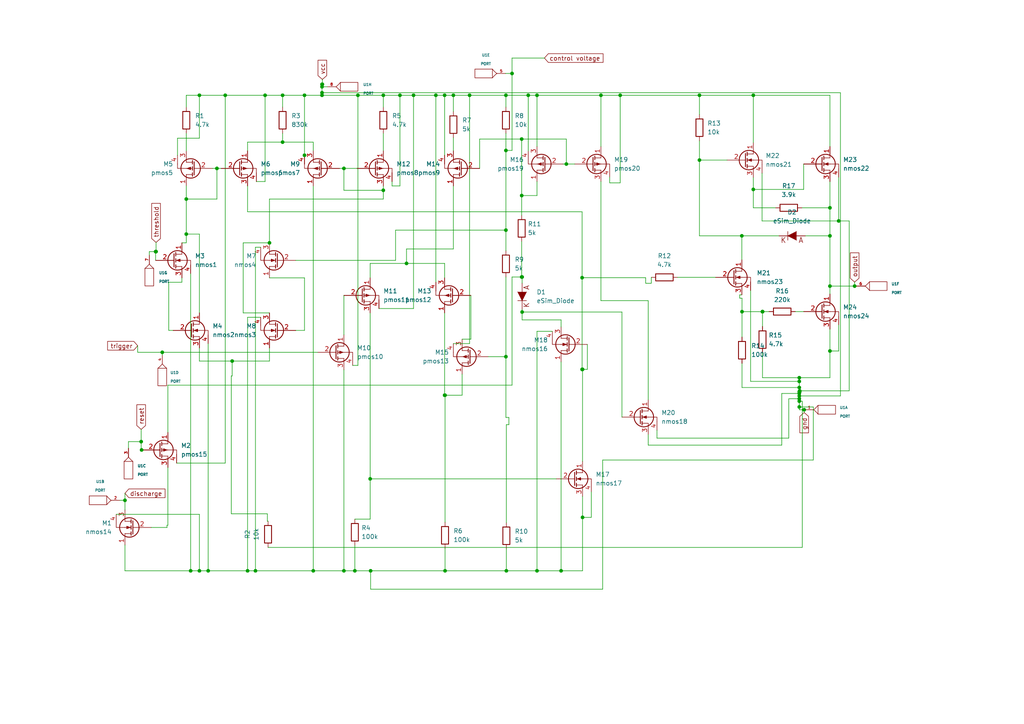
<source format=kicad_sch>
(kicad_sch (version 20211123) (generator eeschema)
  (paper "A4")
  (lib_symbols
    (symbol "eSim_Devices:eSim_Diode" (pin_numbers hide) (pin_names (offset 1.016) hide)
      (property "Reference" "D" (at 0 2.54 0))
      (property "Value" "eSim_Diode" (at 0 -2.54 0))
      (symbol "eSim_Diode_0_0"
        (text "A" (at -2.54 1.27 0) (effects (font (size 1.524 1.524))))
        (text "K" (at 2.54 1.27 0) (effects (font (size 1.524 1.524))))
      )
      (symbol "eSim_Diode_0_1"
        (polyline (pts (xy 1.27 1.27) (xy 1.27 -1.27)) (stroke (width 0.1524)))
        (polyline (pts (xy -1.27 1.27) (xy 1.27 0) (xy -1.27 -1.27)) (fill (type outline)))
      )
      (symbol "eSim_Diode_1_1"
        (pin passive line (at -3.81 0 0) (length 2.54) (name "A") (number "1"))
        (pin passive line (at 3.81 0 180) (length 2.54) (name "K") (number "2"))
      )
    )
    (symbol "eSim_Devices:mosfet_n" (pin_names (offset 0) hide)
      (property "Reference" "M" (at 0 -3.81 0))
      (property "Value" "mosfet_n" (at 2.54 -1.27 0))
      (symbol "mosfet_n_0_1"
        (polyline (pts (xy 3.302 -7.366) (xy 3.302 -6.35)) (stroke (width 0.254)))
        (polyline (pts (xy 3.302 -6.858) (xy 5.08 -6.858)))
        (polyline (pts (xy 3.302 -5.588) (xy 3.302 -4.572)) (stroke (width 0.254)))
        (polyline (pts (xy 3.302 -5.08) (xy 5.08 -5.08)))
        (polyline (pts (xy 3.302 -3.81) (xy 3.302 -2.794)) (stroke (width 0.254)))
        (polyline (pts (xy 3.302 -3.302) (xy 5.08 -3.302)))
        (polyline (pts (xy 5.08 -7.62) (xy 5.08 -6.858)))
        (polyline (pts (xy 5.08 -3.302) (xy 5.08 -2.54)))
        (polyline (pts (xy 2.794 -6.985) (xy 2.794 -3.175) (xy 2.794 -3.175)) (stroke (width 0.254)))
        (polyline (pts (xy 5.08 -5.08) (xy 7.62 -5.08) (xy 7.62 -6.35)))
        (polyline (pts (xy 3.556 -5.08) (xy 4.572 -5.461) (xy 4.572 -4.699) (xy 3.556 -5.08)) (fill (type outline)))
        (circle (center 3.81 -5.08) (radius 2.8194) (stroke (width 0.254)))
      )
      (symbol "mosfet_n_1_1"
        (pin passive line (at 5.08 0 270) (length 2.54) (name "D") (number "1"))
        (pin passive line (at -2.54 -5.08 0) (length 5.334) (name "G") (number "2"))
        (pin passive line (at 5.08 -10.16 90) (length 2.54) (name "S") (number "3"))
        (pin passive line (at 7.62 -8.89 90) (length 2.4892) (name "B") (number "4"))
      )
    )
    (symbol "eSim_Devices:mosfet_p" (pin_names (offset 0) hide)
      (property "Reference" "M" (at -1.27 1.27 0))
      (property "Value" "mosfet_p" (at 1.27 3.81 0))
      (symbol "mosfet_p_0_1"
        (polyline (pts (xy 2.032 -1.778) (xy 3.81 -1.778)))
        (polyline (pts (xy 2.032 -1.27) (xy 2.032 -2.286)) (stroke (width 0.254)))
        (polyline (pts (xy 2.032 0) (xy 3.81 0)))
        (polyline (pts (xy 2.032 0.508) (xy 2.032 -0.508)) (stroke (width 0.254)))
        (polyline (pts (xy 2.032 1.778) (xy 3.81 1.778)))
        (polyline (pts (xy 2.032 2.286) (xy 2.032 1.27)) (stroke (width 0.254)))
        (polyline (pts (xy 3.81 -1.778) (xy 3.81 -2.54)))
        (polyline (pts (xy 3.81 2.54) (xy 3.81 1.778)))
        (polyline (pts (xy 1.524 1.905) (xy 1.524 -1.905) (xy 1.524 -1.905)) (stroke (width 0.254)))
        (polyline (pts (xy 3.81 0) (xy 6.35 0) (xy 6.35 -1.27)))
        (polyline (pts (xy 3.556 0) (xy 2.54 -0.381) (xy 2.54 0.381) (xy 3.556 0)) (fill (type outline)))
        (circle (center 2.54 0) (radius 2.8194) (stroke (width 0.254)))
      )
      (symbol "mosfet_p_1_1"
        (pin passive line (at 3.81 5.08 270) (length 2.54) (name "D") (number "1"))
        (pin passive line (at -3.81 0 0) (length 5.334) (name "G") (number "2"))
        (pin passive line (at 3.81 -5.08 90) (length 2.54) (name "S") (number "3"))
        (pin passive line (at 6.35 -3.81 90) (length 2.54) (name "B") (number "4"))
      )
    )
    (symbol "eSim_Devices:resistor" (pin_numbers hide) (pin_names (offset 0))
      (property "Reference" "R" (at 1.27 3.302 0))
      (property "Value" "resistor" (at 1.27 -1.27 0))
      (symbol "resistor_0_1"
        (rectangle (start 3.81 0.254) (end -1.27 2.286) (stroke (width 0.254)))
      )
      (symbol "resistor_1_1"
        (pin passive line (at -2.54 1.27 0) (length 1.27) (name "~") (number "1"))
        (pin passive line (at 5.08 1.27 180) (length 1.27) (name "~") (number "2"))
      )
    )
    (symbol "eSim_Miscellaneous:PORT" (pin_names (offset 1.016))
      (property "Reference" "U" (at 1.27 2.54 0))
      (property "Value" "PORT" (at 0 0 0))
      (symbol "PORT_0_1"
        (rectangle (start -2.54 1.27) (end 2.54 -1.27))
        (arc (start 2.54 1.27) (mid 3.1355 0.5955) (end 3.81 0))
        (arc (start 3.81 0) (mid 3.1447 -0.6046) (end 2.54 -1.27))
      )
      (symbol "PORT_1_1"
        (pin bidirectional line (at 6.35 0 180) (length 2.54) (name "~") (number "1"))
      )
      (symbol "PORT_2_1"
        (pin bidirectional line (at 6.35 0 180) (length 2.54) (name "~") (number "2"))
      )
      (symbol "PORT_3_1"
        (pin bidirectional line (at 6.35 0 180) (length 2.54) (name "~") (number "3"))
      )
      (symbol "PORT_4_1"
        (pin bidirectional line (at 6.35 0 180) (length 2.54) (name "~") (number "4"))
      )
      (symbol "PORT_5_1"
        (pin bidirectional line (at 6.35 0 180) (length 2.54) (name "~") (number "5"))
      )
      (symbol "PORT_6_1"
        (pin bidirectional line (at 6.35 0 180) (length 2.54) (name "~") (number "6"))
      )
      (symbol "PORT_7_1"
        (pin bidirectional line (at 6.35 0 180) (length 2.54) (name "~") (number "7"))
      )
      (symbol "PORT_8_1"
        (pin bidirectional line (at 6.35 0 180) (length 2.54) (name "~") (number "8"))
      )
      (symbol "PORT_9_1"
        (pin bidirectional line (at 6.35 0 180) (length 2.54) (name "~") (number "9"))
      )
      (symbol "PORT_10_1"
        (pin bidirectional line (at 6.35 0 180) (length 2.54) (name "~") (number "10"))
      )
      (symbol "PORT_11_1"
        (pin bidirectional line (at 6.35 0 180) (length 2.54) (name "~") (number "11"))
      )
      (symbol "PORT_12_1"
        (pin bidirectional line (at 6.35 0 180) (length 2.54) (name "~") (number "12"))
      )
      (symbol "PORT_13_1"
        (pin bidirectional line (at 6.35 0 180) (length 2.54) (name "~") (number "13"))
      )
      (symbol "PORT_14_1"
        (pin bidirectional line (at 6.35 0 180) (length 2.54) (name "~") (number "14"))
      )
      (symbol "PORT_15_1"
        (pin bidirectional line (at 6.35 0 180) (length 2.54) (name "~") (number "15"))
      )
      (symbol "PORT_16_1"
        (pin bidirectional line (at 6.35 0 180) (length 2.54) (name "~") (number "16"))
      )
      (symbol "PORT_17_1"
        (pin bidirectional line (at 6.35 0 180) (length 2.54) (name "~") (number "17"))
      )
      (symbol "PORT_18_1"
        (pin bidirectional line (at 6.35 0 180) (length 2.54) (name "~") (number "18"))
      )
      (symbol "PORT_19_1"
        (pin bidirectional line (at 6.35 0 180) (length 2.54) (name "~") (number "19"))
      )
      (symbol "PORT_20_1"
        (pin bidirectional line (at 6.35 0 180) (length 2.54) (name "~") (number "20"))
      )
      (symbol "PORT_21_1"
        (pin bidirectional line (at 6.35 0 180) (length 2.54) (name "~") (number "21"))
      )
      (symbol "PORT_22_1"
        (pin bidirectional line (at 6.35 0 180) (length 2.54) (name "~") (number "22"))
      )
      (symbol "PORT_23_1"
        (pin bidirectional line (at 6.35 0 180) (length 2.54) (name "~") (number "23"))
      )
      (symbol "PORT_24_1"
        (pin bidirectional line (at 6.35 0 180) (length 2.54) (name "~") (number "24"))
      )
      (symbol "PORT_25_1"
        (pin bidirectional line (at 6.35 0 180) (length 2.54) (name "~") (number "25"))
      )
      (symbol "PORT_26_1"
        (pin bidirectional line (at 6.35 0 180) (length 2.54) (name "~") (number "26"))
      )
    )
  )
  (junction (at 231.8258 112.395))
  (junction (at 81.9658 41.2242))
  (junction (at 54.0258 67.8942))
  (junction (at 168.9608 107.1372))
  (junction (at 151.3078 80.3402))
  (junction (at 62.9158 48.8442))
  (junction (at 151.3078 56.7182))
  (junction (at 71.8058 165.5572))
  (junction (at 131.4958 27.6352))
  (junction (at 168.9608 150.0632))
  (junction (at 231.8258 110.617))
  (junction (at 231.8258 118.0338))
  (junction (at 155.7528 165.5572))
  (junction (at 57.8358 27.6352))
  (junction (at 146.7358 103.4542))
  (junction (at 247.8786 82.9818))
  (junction (at 45.2628 72.9742))
  (junction (at 111.1758 55.1942))
  (junction (at 164.2618 47.5742))
  (junction (at 93.3958 27.6352))
  (junction (at 231.9528 113.6142))
  (junction (at 74.0918 165.5572))
  (junction (at 151.4348 90.5002))
  (junction (at 57.8358 165.5572))
  (junction (at 88.3158 27.6352))
  (junction (at 99.7458 165.5572))
  (junction (at 168.8338 107.1372))
  (junction (at 60.3758 165.5572))
  (junction (at 151.3078 40.3352))
  (junction (at 107.3658 138.8872))
  (junction (at 231.8258 115.6462))
  (junction (at 146.8628 165.5572))
  (junction (at 102.9208 165.5572))
  (junction (at 116.0018 27.6352))
  (junction (at 218.4908 54.9402))
  (junction (at 76.8858 27.6352))
  (junction (at 146.7358 27.6352))
  (junction (at 215.1634 68.4022))
  (junction (at 146.7358 43.6372))
  (junction (at 168.8338 80.5434))
  (junction (at 45.1358 72.9742))
  (junction (at 88.3158 45.0342))
  (junction (at 174.2948 27.6352))
  (junction (at 81.9658 27.6352))
  (junction (at 221.1578 90.3986))
  (junction (at 36.2458 145.1102))
  (junction (at 146.7358 66.7512))
  (junction (at 119.9388 27.6352))
  (junction (at 231.8258 114.8334))
  (junction (at 233.2482 118.8466))
  (junction (at 90.8558 165.5572))
  (junction (at 240.7158 68.4022))
  (junction (at 78.1558 70.4342))
  (junction (at 128.9558 27.6352))
  (junction (at 243.2558 64.0842))
  (junction (at 240.7158 101.8032))
  (junction (at 117.9068 76.4032))
  (junction (at 162.7378 165.5572))
  (junction (at 215.2142 90.3986))
  (junction (at 231.9528 113.3602))
  (junction (at 126.4158 27.6352))
  (junction (at 111.1758 27.6352))
  (junction (at 93.3958 24.4602))
  (junction (at 240.7158 82.9818))
  (junction (at 151.4348 80.3402))
  (junction (at 155.7528 27.6352))
  (junction (at 218.4908 27.6352))
  (junction (at 148.5138 21.3106))
  (junction (at 65.3288 27.6352))
  (junction (at 136.1948 27.6352))
  (junction (at 202.8698 27.6352))
  (junction (at 202.8698 46.4312))
  (junction (at 240.7158 60.2742))
  (junction (at 231.8258 114.1222))
  (junction (at 231.8258 113.6142))
  (junction (at 47.0662 102.1842))
  (junction (at 231.8258 109.5502))
  (junction (at 67.3354 104.7242))
  (junction (at 128.9558 114.6302))
  (junction (at 55.2958 165.5572))
  (junction (at 179.8828 27.6352))
  (junction (at 54.0258 57.7342))
  (junction (at 41.0718 130.5052))
  (junction (at 107.4928 165.5572))
  (junction (at 153.2128 27.6352))
  (junction (at 93.4974 24.4602))
  (junction (at 93.3958 25.1714))
  (junction (at 129.0828 165.5572))
  (junction (at 103.8098 27.6352))
  (junction (at 99.7458 48.8442))
  (junction (at 93.3958 26.8986))
  (junction (at 231.8258 116.3574))
  (junction (at 40.9448 128.0922))
  (junction (at 129.0828 114.6302))
  (junction (at 221.1578 90.3732))
  (wire (pts (xy 139.1158 40.3352) (xy 151.3078 40.3352)))
  (wire (pts (xy 221.1578 90.3732) (xy 221.1578 90.3986)))
  (wire (pts (xy 99.7458 48.8442) (xy 103.5558 48.8442)))
  (wire (pts (xy 70.5358 90.7542) (xy 70.5358 70.4342)))
  (wire (pts (xy 54.0258 27.6352) (xy 57.8358 27.6352)))
  (wire (pts (xy 117.9068 72.2122) (xy 131.4958 72.2122)))
  (wire (pts (xy 148.5138 111.7092) (xy 148.5138 80.3402)))
  (wire (pts (xy 136.5758 85.6742) (xy 136.5758 98.3742)))
  (wire (pts (xy 146.8628 159.2072) (xy 146.8628 165.5572)))
  (wire (pts (xy 47.0662 102.1842) (xy 47.0662 102.997)))
  (wire (pts (xy 51.4858 40.0812) (xy 57.8358 40.0812)))
  (wire (pts (xy 129.0828 165.5572) (xy 146.8628 165.5572)))
  (wire (pts (xy 148.5138 16.8402) (xy 157.9118 16.8402)))
  (wire (pts (xy 48.6918 125.4252) (xy 48.6918 111.7092)))
  (wire (pts (xy 36.2458 143.0782) (xy 36.2458 145.1102)))
  (wire (pts (xy 151.4348 80.3402) (xy 151.3078 80.3402)))
  (wire (pts (xy 93.3958 27.6352) (xy 103.8098 27.6352)))
  (wire (pts (xy 107.3658 80.5942) (xy 107.3658 76.4032)))
  (wire (pts (xy 243.2558 94.1832) (xy 243.2558 101.8032)))
  (wire (pts (xy 146.7358 103.4542) (xy 146.7358 121.0818)))
  (wire (pts (xy 215.2142 86.487) (xy 214.5538 86.487)))
  (wire (pts (xy 235.8898 118.0338) (xy 235.8898 133.4262)))
  (wire (pts (xy 54.0258 67.8942) (xy 54.0258 70.4342)))
  (wire (pts (xy 153.2128 27.6352) (xy 155.7528 27.6352)))
  (wire (pts (xy 136.1948 27.6352) (xy 136.1948 99.6442)))
  (wire (pts (xy 102.9208 165.5572) (xy 107.4928 165.5572)))
  (wire (pts (xy 131.4958 39.9542) (xy 131.4958 43.7642)))
  (wire (pts (xy 98.4758 48.8442) (xy 99.7458 48.8442)))
  (wire (pts (xy 235.8898 118.0338) (xy 231.8258 118.0338)))
  (wire (pts (xy 52.7558 80.5942) (xy 52.7558 81.8642)))
  (wire (pts (xy 215.1634 68.4022) (xy 215.1634 75.3618)))
  (wire (pts (xy 231.9528 113.3602) (xy 231.9528 113.6142)))
  (wire (pts (xy 114.7318 75.5142) (xy 114.7318 66.7512)))
  (wire (pts (xy 240.7158 27.6352) (xy 240.7158 42.4942)))
  (wire (pts (xy 71.8058 41.2242) (xy 81.9658 41.2242)))
  (wire (pts (xy 202.8698 46.4312) (xy 202.8698 68.4022)))
  (wire (pts (xy 77.5462 149.0218) (xy 77.5462 151.1554)))
  (wire (pts (xy 57.8358 67.8942) (xy 57.8358 90.7542)))
  (wire (pts (xy 81.9658 31.0642) (xy 81.9658 27.6352)))
  (wire (pts (xy 188.0108 126.0602) (xy 188.0108 129.1082)))
  (wire (pts (xy 54.0258 53.9242) (xy 54.0258 57.7342)))
  (wire (pts (xy 119.9388 89.4842) (xy 119.9388 27.6352)))
  (wire (pts (xy 99.7458 85.6742) (xy 99.7458 97.1042)))
  (wire (pts (xy 78.1558 90.7542) (xy 70.5358 90.7542)))
  (wire (pts (xy 151.4348 90.5002) (xy 180.3908 90.5002)))
  (wire (pts (xy 111.1758 27.6352) (xy 116.0018 27.6352)))
  (wire (pts (xy 88.3158 45.0342) (xy 88.3158 27.6352)))
  (wire (pts (xy 231.8258 109.5502) (xy 231.8258 110.617)))
  (wire (pts (xy 47.0662 102.1842) (xy 92.1258 102.1842)))
  (wire (pts (xy 134.0358 114.6302) (xy 129.0828 114.6302)))
  (wire (pts (xy 57.8358 165.5572) (xy 60.3758 165.5572)))
  (wire (pts (xy 221.1578 109.5502) (xy 231.8258 109.5502)))
  (wire (pts (xy 93.3958 24.4602) (xy 93.4974 24.4602)))
  (wire (pts (xy 90.8558 41.2242) (xy 90.8558 43.7642)))
  (wire (pts (xy 129.0828 159.0802) (xy 129.0828 165.5572)))
  (wire (pts (xy 155.7528 56.7182) (xy 151.3078 56.7182)))
  (wire (pts (xy 65.3288 27.6352) (xy 76.8858 27.6352)))
  (wire (pts (xy 99.7458 48.8442) (xy 99.7458 55.1942)))
  (wire (pts (xy 74.0918 165.5572) (xy 90.8558 165.5572)))
  (wire (pts (xy 119.9388 27.6352) (xy 126.4158 27.6352)))
  (wire (pts (xy 240.7158 82.9818) (xy 247.8786 82.9818)))
  (wire (pts (xy 128.9558 27.6352) (xy 131.4958 27.6352)))
  (wire (pts (xy 111.1758 55.1942) (xy 111.1758 57.7342)))
  (wire (pts (xy 221.0308 64.0842) (xy 243.2558 64.0842)))
  (wire (pts (xy 221.1578 90.3986) (xy 215.2142 90.3986)))
  (wire (pts (xy 160.1978 96.0882) (xy 155.7528 96.0882)))
  (wire (pts (xy 202.8698 27.6352) (xy 202.8698 33.2232)))
  (wire (pts (xy 179.8828 53.0352) (xy 179.8828 27.6352)))
  (wire (pts (xy 81.9658 27.6352) (xy 88.3158 27.6352)))
  (wire (pts (xy 88.3158 27.6352) (xy 93.3958 27.6352)))
  (wire (pts (xy 147.5994 123.1646) (xy 146.8628 123.1646)))
  (wire (pts (xy 45.2628 70.3072) (xy 45.2628 72.9742)))
  (wire (pts (xy 180.3908 90.5002) (xy 180.3908 120.9802)))
  (wire (pts (xy 218.4908 51.5112) (xy 218.4908 54.9402)))
  (wire (pts (xy 54.0258 38.6842) (xy 54.0258 43.7642)))
  (wire (pts (xy 174.2948 42.4942) (xy 174.2948 27.6352)))
  (wire (pts (xy 243.2558 51.3842) (xy 243.2558 64.0842)))
  (wire (pts (xy 243.7638 114.8334) (xy 231.8258 114.8334)))
  (wire (pts (xy 40.9448 124.5362) (xy 40.9448 128.0922)))
  (wire (pts (xy 151.3078 40.3352) (xy 151.3078 56.7182)))
  (wire (pts (xy 36.2458 158.0642) (xy 36.2458 165.5572)))
  (wire (pts (xy 54.0258 57.7342) (xy 54.0258 67.8942)))
  (wire (pts (xy 228.7778 115.6462) (xy 231.8258 115.6462)))
  (wire (pts (xy 162.7378 104.9782) (xy 162.7378 165.5572)))
  (wire (pts (xy 155.7528 52.6542) (xy 155.7528 56.7182)))
  (wire (pts (xy 148.5138 43.6372) (xy 146.7358 43.6372)))
  (wire (pts (xy 225.9584 68.4022) (xy 215.1634 68.4022)))
  (wire (pts (xy 146.8628 123.1646) (xy 146.8628 151.5872)))
  (wire (pts (xy 179.8828 27.6352) (xy 202.8698 27.6352)))
  (wire (pts (xy 231.8258 112.395) (xy 231.8258 113.6142)))
  (wire (pts (xy 48.6918 111.7092) (xy 148.5138 111.7092)))
  (wire (pts (xy 65.3288 134.3152) (xy 65.3288 27.6352)))
  (wire (pts (xy 147.5994 121.0818) (xy 147.5994 123.1646)))
  (wire (pts (xy 43.307 74.041) (xy 43.307 72.9742)))
  (wire (pts (xy 71.8058 61.4172) (xy 168.8338 61.4172)))
  (wire (pts (xy 188.8998 80.4418) (xy 188.8998 82.169)))
  (wire (pts (xy 162.7378 165.5572) (xy 168.9608 165.5572)))
  (wire (pts (xy 40.9448 130.5052) (xy 41.0718 130.5052)))
  (wire (pts (xy 168.9608 133.8072) (xy 168.9608 107.1372)))
  (wire (pts (xy 113.7158 53.9242) (xy 116.0018 53.9242)))
  (wire (pts (xy 67.0814 109.0422) (xy 67.3354 109.0422)))
  (wire (pts (xy 57.8358 104.7242) (xy 67.3354 104.7242)))
  (wire (pts (xy 128.9558 90.7542) (xy 128.9558 114.6302)))
  (wire (pts (xy 55.2958 79.3242) (xy 55.2958 165.5572)))
  (wire (pts (xy 111.1758 27.6352) (xy 111.1758 31.0642)))
  (wire (pts (xy 131.4958 99.6442) (xy 136.1948 99.6442)))
  (wire (pts (xy 54.0258 57.7342) (xy 62.9158 57.7342)))
  (wire (pts (xy 126.4158 81.8642) (xy 126.4158 27.6352)))
  (wire (pts (xy 232.6894 158.7754) (xy 77.7494 158.7754)))
  (wire (pts (xy 71.8058 41.2242) (xy 71.8058 43.7642)))
  (wire (pts (xy 102.9208 158.1912) (xy 102.9208 165.5572)))
  (wire (pts (xy 40.9448 128.0922) (xy 40.9448 130.5052)))
  (wire (pts (xy 128.9558 27.6352) (xy 128.9558 45.0342)))
  (wire (pts (xy 217.7034 110.617) (xy 231.8258 110.617)))
  (wire (pts (xy 233.0958 54.9402) (xy 218.4908 54.9402)))
  (wire (pts (xy 176.8348 53.0352) (xy 179.8828 53.0352)))
  (wire (pts (xy 240.7158 109.5502) (xy 240.7158 101.8032)))
  (wire (pts (xy 141.6558 103.4542) (xy 146.7358 103.4542)))
  (wire (pts (xy 116.0018 27.6352) (xy 116.0018 53.9242)))
  (wire (pts (xy 233.4514 118.8466) (xy 233.2482 118.8466)))
  (wire (pts (xy 107.3658 138.8872) (xy 107.3658 150.5712)))
  (wire (pts (xy 221.1578 90.3986) (xy 221.1578 94.6912)))
  (wire (pts (xy 128.9558 114.6302) (xy 129.0828 114.6302)))
  (wire (pts (xy 187.2742 80.5434) (xy 187.2742 82.169)))
  (wire (pts (xy 129.0828 151.4602) (xy 129.0828 114.6302)))
  (wire (pts (xy 128.9558 76.4032) (xy 128.9558 80.5942)))
  (wire (pts (xy 168.9608 107.1372) (xy 170.3578 107.1372)))
  (wire (pts (xy 88.3158 80.5942) (xy 78.1558 80.5942)))
  (wire (pts (xy 60.3758 165.5572) (xy 71.8058 165.5572)))
  (wire (pts (xy 214.5538 86.487) (xy 214.5538 85.5218)))
  (wire (pts (xy 164.2618 40.3352) (xy 164.2618 47.5742)))
  (wire (pts (xy 146.7358 27.6352) (xy 146.7358 31.0642)))
  (wire (pts (xy 67.0814 149.0218) (xy 77.5462 149.0218)))
  (wire (pts (xy 60.3758 99.6442) (xy 60.3758 165.5572)))
  (wire (pts (xy 168.8338 107.1372) (xy 168.9608 107.1372)))
  (wire (pts (xy 139.1158 48.8442) (xy 139.1158 40.3352)))
  (wire (pts (xy 174.2948 87.1982) (xy 188.0108 87.1982)))
  (wire (pts (xy 231.8258 110.617) (xy 231.8258 112.395)))
  (wire (pts (xy 176.8348 51.3842) (xy 176.8348 53.0352)))
  (wire (pts (xy 230.6828 90.3732) (xy 233.0958 90.3732)))
  (wire (pts (xy 215.1634 68.4022) (xy 202.8698 68.4022)))
  (wire (pts (xy 107.3658 76.4032) (xy 117.9068 76.4032)))
  (wire (pts (xy 240.7158 82.9818) (xy 240.7158 85.2932)))
  (wire (pts (xy 163.3728 47.5742) (xy 164.2618 47.5742)))
  (wire (pts (xy 93.3958 25.1714) (xy 94.9198 25.1714)))
  (wire (pts (xy 168.9608 143.9672) (xy 168.9608 150.0632)))
  (wire (pts (xy 62.9158 48.8442) (xy 64.1858 48.8442)))
  (wire (pts (xy 174.2948 27.6352) (xy 179.8828 27.6352)))
  (wire (pts (xy 188.8998 82.169) (xy 187.2742 82.169)))
  (wire (pts (xy 93.3958 25.1714) (xy 93.3958 26.8986)))
  (wire (pts (xy 109.9058 89.4842) (xy 119.9388 89.4842)))
  (wire (pts (xy 78.1558 57.7342) (xy 78.1558 70.4342)))
  (wire (pts (xy 107.4928 165.5572) (xy 129.0828 165.5572)))
  (wire (pts (xy 188.0108 87.1982) (xy 188.0108 115.9002)))
  (wire (pts (xy 107.4928 170.8912) (xy 174.8028 170.8912)))
  (wire (pts (xy 190.5508 127.0762) (xy 228.7778 127.0762)))
  (wire (pts (xy 164.2618 47.5742) (xy 166.6748 47.5742)))
  (wire (pts (xy 151.4348 89.7382) (xy 151.4348 90.5002)))
  (wire (pts (xy 226.7458 129.1082) (xy 226.7458 114.1222)))
  (wire (pts (xy 231.8258 109.5502) (xy 240.7158 109.5502)))
  (wire (pts (xy 215.2142 86.487) (xy 215.2142 90.3986)))
  (wire (pts (xy 85.7758 75.5142) (xy 114.7318 75.5142)))
  (wire (pts (xy 67.3354 104.7242) (xy 78.1558 104.7242)))
  (wire (pts (xy 240.7158 52.6542) (xy 240.7158 60.2742)))
  (wire (pts (xy 76.8858 27.6352) (xy 81.9658 27.6352)))
  (wire (pts (xy 102.2858 105.9942) (xy 103.8098 105.9942)))
  (wire (pts (xy 146.8628 165.5572) (xy 155.7528 165.5572)))
  (wire (pts (xy 37.2618 128.0922) (xy 40.9448 128.0922)))
  (wire (pts (xy 107.3658 150.5712) (xy 102.9208 150.5712)))
  (wire (pts (xy 45.1358 72.9742) (xy 45.1358 75.5142)))
  (wire (pts (xy 232.6894 116.3574) (xy 232.6894 158.7754)))
  (wire (pts (xy 90.8558 165.5572) (xy 99.7458 165.5572)))
  (wire (pts (xy 168.9608 150.0632) (xy 168.9608 165.5572)))
  (wire (pts (xy 81.9658 38.6842) (xy 81.9658 41.2242)))
  (wire (pts (xy 151.4348 90.5002) (xy 151.4348 92.7862)))
  (wire (pts (xy 231.8258 114.8334) (xy 231.8258 115.6462)))
  (wire (pts (xy 111.1758 38.6842) (xy 111.1758 43.7642)))
  (wire (pts (xy 196.5198 80.4418) (xy 207.5434 80.4418)))
  (wire (pts (xy 48.4378 152.9842) (xy 48.4378 152.3492)))
  (wire (pts (xy 93.4974 23.0378) (xy 93.4974 24.4602)))
  (wire (pts (xy 39.9288 102.1842) (xy 47.0662 102.1842)))
  (wire (pts (xy 54.0258 31.0642) (xy 54.0258 27.6352)))
  (wire (pts (xy 103.8098 27.6352) (xy 111.1758 27.6352)))
  (wire (pts (xy 155.7528 165.5572) (xy 162.7378 165.5572)))
  (wire (pts (xy 75.6158 71.7042) (xy 74.0918 71.7042)))
  (wire (pts (xy 99.7458 55.1942) (xy 111.1758 55.1942)))
  (wire (pts (xy 231.9528 113.3602) (xy 246.3038 113.3602)))
  (wire (pts (xy 148.5138 16.8402) (xy 148.5138 21.3106)))
  (wire (pts (xy 48.9458 95.8342) (xy 50.2158 95.8342)))
  (wire (pts (xy 215.2142 112.395) (xy 231.8258 112.395)))
  (wire (pts (xy 168.8338 80.5434) (xy 187.2742 80.5434)))
  (wire (pts (xy 243.2558 64.0842) (xy 246.3038 64.0842)))
  (wire (pts (xy 71.8058 53.9242) (xy 71.8058 61.4172)))
  (wire (pts (xy 76.8858 52.6542) (xy 76.8858 27.6352)))
  (wire (pts (xy 70.5358 70.4342) (xy 78.1558 70.4342)))
  (wire (pts (xy 85.7758 95.8342) (xy 88.3158 95.8342)))
  (wire (pts (xy 77.5462 151.1554) (xy 77.7494 151.1554)))
  (wire (pts (xy 243.7638 26.8986) (xy 243.7638 114.8334)))
  (wire (pts (xy 215.2142 105.3846) (xy 215.2142 112.395)))
  (wire (pts (xy 81.9658 41.2242) (xy 90.8558 41.2242)))
  (wire (pts (xy 99.7458 165.5572) (xy 102.9208 165.5572)))
  (wire (pts (xy 218.4908 41.3512) (xy 218.4908 27.6352)))
  (wire (pts (xy 202.8698 40.8432) (xy 202.8698 46.4312)))
  (wire (pts (xy 107.3658 90.7542) (xy 107.3658 138.8872)))
  (wire (pts (xy 210.8708 46.4312) (xy 202.8698 46.4312)))
  (wire (pts (xy 233.5784 68.4022) (xy 240.7158 68.4022)))
  (wire (pts (xy 151.3078 40.3352) (xy 164.2618 40.3352)))
  (wire (pts (xy 116.0018 27.6352) (xy 119.9388 27.6352)))
  (wire (pts (xy 231.9528 113.6142) (xy 231.8258 113.6142)))
  (wire (pts (xy 174.2948 52.6542) (xy 174.2948 87.1982)))
  (wire (pts (xy 67.0814 109.0422) (xy 67.0814 149.0218)))
  (wire (pts (xy 151.3078 70.0532) (xy 151.3078 80.3402)))
  (wire (pts (xy 88.3158 95.8342) (xy 88.3158 80.5942)))
  (wire (pts (xy 78.1558 104.7242) (xy 78.1558 100.9142)))
  (wire (pts (xy 247.8786 81.8134) (xy 247.8786 82.9818)))
  (wire (pts (xy 131.4958 27.6352) (xy 136.1948 27.6352)))
  (wire (pts (xy 155.7528 27.6352) (xy 174.2948 27.6352)))
  (wire (pts (xy 233.2482 118.8466) (xy 231.8258 118.8466)))
  (wire (pts (xy 146.7358 38.6842) (xy 146.7358 43.6372)))
  (wire (pts (xy 155.7528 96.0882) (xy 155.7528 165.5572)))
  (wire (pts (xy 161.3408 138.8872) (xy 107.3658 138.8872)))
  (wire (pts (xy 34.7726 145.1102) (xy 36.2458 145.1102)))
  (wire (pts (xy 111.1758 53.9242) (xy 111.1758 55.1942)))
  (wire (pts (xy 45.1358 72.9742) (xy 45.2628 72.9742)))
  (wire (pts (xy 231.8258 116.3574) (xy 231.8258 118.0338)))
  (wire (pts (xy 223.0628 90.3732) (xy 221.1578 90.3732)))
  (wire (pts (xy 43.307 72.9742) (xy 45.1358 72.9742)))
  (wire (pts (xy 214.5538 85.5218) (xy 215.1634 85.5218)))
  (wire (pts (xy 146.7358 27.6352) (xy 153.2128 27.6352)))
  (wire (pts (xy 146.7358 66.7512) (xy 146.7358 72.7202)))
  (wire (pts (xy 174.8028 170.8912) (xy 174.8028 133.4262)))
  (wire (pts (xy 134.0358 108.5342) (xy 134.0358 114.6302)))
  (wire (pts (xy 134.0358 98.3742) (xy 136.5758 98.3742)))
  (wire (pts (xy 146.6342 21.3106) (xy 148.5138 21.3106)))
  (wire (pts (xy 36.2458 145.1102) (xy 36.2458 147.9042)))
  (wire (pts (xy 75.6158 92.0242) (xy 71.8058 92.0242)))
  (wire (pts (xy 202.8698 27.6352) (xy 218.4908 27.6352)))
  (wire (pts (xy 57.8358 27.6352) (xy 65.3288 27.6352)))
  (wire (pts (xy 221.1578 102.3112) (xy 221.1578 109.5502)))
  (wire (pts (xy 39.9288 100.2792) (xy 39.9288 102.1842)))
  (wire (pts (xy 240.7158 101.8032) (xy 240.7158 95.4532)))
  (wire (pts (xy 218.4908 27.6352) (xy 240.7158 27.6352)))
  (wire (pts (xy 221.0308 50.2412) (xy 221.0308 64.0842)))
  (wire (pts (xy 232.6894 116.3574) (xy 231.8258 116.3574)))
  (wire (pts (xy 103.8098 105.9942) (xy 103.8098 27.6352)))
  (wire (pts (xy 146.7358 121.0818) (xy 147.5994 121.0818)))
  (wire (pts (xy 170.3578 99.8982) (xy 170.3578 107.1372)))
  (wire (pts (xy 215.2142 90.3986) (xy 215.2142 97.7646)))
  (wire (pts (xy 74.0918 71.7042) (xy 74.0918 165.5572)))
  (wire (pts (xy 52.7558 81.8642) (xy 48.9458 81.8642)))
  (wire (pts (xy 190.5508 124.7902) (xy 190.5508 127.0762)))
  (wire (pts (xy 174.8028 133.4262) (xy 235.8898 133.4262)))
  (wire (pts (xy 151.4348 82.1182) (xy 151.4348 80.3402)))
  (wire (pts (xy 148.5138 80.3402) (xy 151.3078 80.3402)))
  (wire (pts (xy 148.5138 21.3106) (xy 148.5138 43.6372)))
  (wire (pts (xy 48.9458 81.8642) (xy 48.9458 95.8342)))
  (wire (pts (xy 74.3458 52.6542) (xy 76.8858 52.6542)))
  (wire (pts (xy 233.2482 118.8466) (xy 233.2482 119.6594)))
  (wire (pts (xy 146.7358 80.3402) (xy 146.7358 103.4542)))
  (wire (pts (xy 162.7378 92.7862) (xy 162.7378 94.8182)))
  (wire (pts (xy 62.9158 57.7342) (xy 62.9158 48.8442)))
  (wire (pts (xy 43.8658 152.9842) (xy 48.4378 152.9842)))
  (wire (pts (xy 93.3958 24.4602) (xy 93.3958 25.1714)))
  (wire (pts (xy 240.7158 60.2742) (xy 232.5878 60.2742)))
  (wire (pts (xy 218.4908 54.9402) (xy 218.4908 60.2742)))
  (wire (pts (xy 57.8358 40.0812) (xy 57.8358 27.6352)))
  (wire (pts (xy 88.3158 45.1612) (xy 88.3158 45.0342)))
  (wire (pts (xy 51.2318 134.3152) (xy 65.3288 134.3152)))
  (wire (pts (xy 218.4908 60.2742) (xy 224.9678 60.2742)))
  (wire (pts (xy 93.3958 26.8986) (xy 243.7638 26.8986)))
  (wire (pts (xy 36.2458 165.5572) (xy 55.2958 165.5572)))
  (wire (pts (xy 171.5008 142.6972) (xy 171.5008 150.0632)))
  (wire (pts (xy 151.4348 92.7862) (xy 162.7378 92.7862)))
  (wire (pts (xy 48.4378 152.3492) (xy 48.6918 152.3492)))
  (wire (pts (xy 146.7358 43.6372) (xy 146.7358 66.7512)))
  (wire (pts (xy 71.8058 165.5572) (xy 74.0918 165.5572)))
  (wire (pts (xy 136.1948 27.6352) (xy 146.7358 27.6352)))
  (wire (pts (xy 240.7158 60.2742) (xy 240.7158 68.4022)))
  (wire (pts (xy 231.8258 115.6462) (xy 231.8258 116.3574)))
  (wire (pts (xy 240.7158 68.4022) (xy 240.7158 82.9818)))
  (wire (pts (xy 57.8358 100.9142) (xy 57.8358 104.7242)))
  (wire (pts (xy 117.9068 76.4032) (xy 128.9558 76.4032)))
  (wire (pts (xy 226.7458 114.1222) (xy 231.8258 114.1222)))
  (wire (pts (xy 151.3078 56.7182) (xy 151.3078 62.4332)))
  (wire (pts (xy 93.3958 26.8986) (xy 93.3958 27.6352)))
  (wire (pts (xy 57.8358 149.1742) (xy 57.8358 165.5572)))
  (wire (pts (xy 231.8258 118.0338) (xy 231.8258 118.8466)))
  (wire (pts (xy 111.1758 57.7342) (xy 78.1558 57.7342)))
  (wire (pts (xy 231.8258 113.6142) (xy 231.8258 114.1222)))
  (wire (pts (xy 54.0258 70.4342) (xy 52.7558 70.4342)))
  (wire (pts (xy 231.8258 114.1222) (xy 231.8258 114.8334)))
  (wire (pts (xy 55.2958 165.5572) (xy 57.8358 165.5572)))
  (wire (pts (xy 168.8338 80.5434) (xy 168.8338 107.1372)))
  (wire (pts (xy 155.7528 27.6352) (xy 155.7528 42.4942)))
  (wire (pts (xy 54.0258 67.8942) (xy 57.8358 67.8942)))
  (wire (pts (xy 71.8058 92.0242) (xy 71.8058 165.5572)))
  (wire (pts (xy 131.4958 53.9242) (xy 131.4958 72.2122)))
  (wire (pts (xy 246.3038 64.0842) (xy 246.3038 113.3602)))
  (wire (pts (xy 153.2128 27.6352) (xy 153.2128 43.7642)))
  (wire (pts (xy 51.4858 45.0342) (xy 51.4858 40.0812)))
  (wire (pts (xy 61.6458 48.8442) (xy 62.9158 48.8442)))
  (wire (pts (xy 37.2618 130.0226) (xy 37.2618 128.0922)))
  (wire (pts (xy 131.4958 27.6352) (xy 131.4958 32.3342)))
  (wire (pts (xy 67.3354 104.7242) (xy 67.3354 109.0422)))
  (wire (pts (xy 113.7158 52.6542) (xy 113.7158 53.9242)))
  (wire (pts (xy 171.5008 150.0632) (xy 168.9608 150.0632)))
  (wire (pts (xy 233.0958 47.5742) (xy 233.0958 54.9402)))
  (wire (pts (xy 243.2558 101.8032) (xy 240.7158 101.8032)))
  (wire (pts (xy 90.8558 53.9242) (xy 90.8558 165.5572)))
  (wire (pts (xy 48.6918 135.5852) (xy 48.6918 152.3492)))
  (wire (pts (xy 228.7778 127.0762) (xy 228.7778 115.6462)))
  (wire (pts (xy 117.9068 72.2122) (xy 117.9068 76.4032)))
  (wire (pts (xy 126.4158 27.6352) (xy 128.9558 27.6352)))
  (wire (pts (xy 188.0108 129.1082) (xy 226.7458 129.1082)))
  (wire (pts (xy 247.8786 82.9818) (xy 248.3866 82.9818)))
  (wire (pts (xy 107.4928 165.5572) (xy 107.4928 170.8912)))
  (wire (pts (xy 114.7318 66.7512) (xy 146.7358 66.7512)))
  (wire (pts (xy 168.8338 61.4172) (xy 168.8338 80.5434)))
  (wire (pts (xy 217.7034 84.2518) (xy 217.7034 110.617)))
  (wire (pts (xy 33.7058 149.1742) (xy 57.8358 149.1742)))
  (wire (pts (xy 99.7458 107.2642) (xy 99.7458 165.5572)))
  (global_label "vcc" (shape input) (at 93.4974 23.0378 90) (property "Intersheet References" "${INTERSHEET_REFS}" (effects hide)))
  (global_label "reset" (shape input) (at 40.9448 124.5362 90) (property "Intersheet References" "${INTERSHEET_REFS}" (effects hide)))
  (global_label "output" (shape input) (at 247.8786 81.8134 90) (property "Intersheet References" "${INTERSHEET_REFS}" (effects hide)))
  (global_label "gnd" (shape input) (at 233.2482 119.6594 270) (property "Intersheet References" "${INTERSHEET_REFS}" (effects hide)))
  (global_label "discharge" (shape input) (at 36.2458 143.0782 0) (property "Intersheet References" "${INTERSHEET_REFS}" (effects hide)))
  (global_label "trigger" (shape input) (at 39.9288 100.2792 180) (property "Intersheet References" "${INTERSHEET_REFS}" (effects hide)))
  (global_label "control voltage" (shape input) (at 157.9118 16.8402 0) (property "Intersheet References" "${INTERSHEET_REFS}" (effects hide)))
  (global_label "threshold" (shape input) (at 45.2628 70.3072 90) (property "Intersheet References" "${INTERSHEET_REFS}" (effects hide)))
  (symbol (lib_id "eSim_Devices:resistor") (at 191.4398 81.7118 0) (unit 1)
    (property "Reference" "R12" (at 192.7098 74.2188 0))
    (property "Value" "4.7k" (at 192.7098 76.7588 0))
  )
  (symbol (lib_id "eSim_Devices:resistor") (at 83.2358 36.1442 90) (unit 1)
    (property "Reference" "R3" (at 84.5058 33.6041 90) (effects (justify right)))
    (property "Value" "830k" (at 84.5058 36.1441 90) (effects (justify right)))
  )
  (symbol (lib_id "eSim_Devices:mosfet_n") (at 213.4108 41.3512 0) (unit 1)
    (property "Reference" "M22" (at 222.0468 45.1611 0) (effects (justify left)))
    (property "Value" "nmos21" (at 222.0468 47.7011 0) (effects (justify left)))
  )
  (symbol (lib_id "eSim_Devices:mosfet_p") (at 137.8458 103.4542 180) (unit 1)
    (property "Reference" "M15" (at 130.2258 102.1841 0) (effects (justify left)))
    (property "Value" "pmos13" (at 130.2258 104.7241 0) (effects (justify left)))
  )
  (symbol (lib_id "eSim_Devices:mosfet_p") (at 57.8358 48.8442 180) (unit 1)
    (property "Reference" "M5" (at 50.2158 47.5741 0) (effects (justify left)))
    (property "Value" "pmos5" (at 50.2158 50.1141 0) (effects (justify left)))
  )
  (symbol (lib_id "eSim_Devices:resistor") (at 104.1908 155.6512 90) (unit 1)
    (property "Reference" "R4" (at 104.8258 153.1111 90) (effects (justify right)))
    (property "Value" "100k" (at 104.8258 155.6511 90) (effects (justify right)))
  )
  (symbol (lib_id "eSim_Devices:resistor") (at 152.5778 67.5132 90) (unit 1)
    (property "Reference" "R11" (at 153.0858 64.9731 90) (effects (justify right)))
    (property "Value" "5k" (at 153.0858 67.5131 90) (effects (justify right)))
  )
  (symbol (lib_id "eSim_Devices:eSim_Diode") (at 229.7684 68.4022 180) (unit 1)
    (property "Reference" "D2" (at 229.7139 61.5442 0))
    (property "Value" "eSim_Diode" (at 229.7139 64.0842 0))
  )
  (symbol (lib_id "eSim_Miscellaneous:PORT") (at 43.307 80.391 90) (unit 7)
    (property "Reference" "U1" (at 46.101 79.121 90) (effects (font (size 0.762 0.762)) (justify right)))
    (property "Value" "PORT" (at 46.101 81.661 90) (effects (font (size 0.762 0.762)) (justify right)))
  )
  (symbol (lib_id "eSim_Miscellaneous:PORT") (at 47.0662 109.347 90) (unit 4)
    (property "Reference" "U1" (at 49.403 108.077 90) (effects (font (size 0.762 0.762)) (justify right)))
    (property "Value" "PORT" (at 49.403 110.617 90) (effects (font (size 0.762 0.762)) (justify right)))
  )
  (symbol (lib_id "eSim_Devices:mosfet_p") (at 67.9958 48.8442 0) (unit 1)
    (property "Reference" "M6" (at 75.6158 47.5741 0) (effects (justify left)))
    (property "Value" "pmos6" (at 75.6158 50.1141 0) (effects (justify left)))
  )
  (symbol (lib_id "eSim_Miscellaneous:PORT") (at 101.2698 25.1714 180) (unit 8)
    (property "Reference" "U1" (at 105.3338 24.5364 0) (effects (font (size 0.762 0.762)) (justify right)))
    (property "Value" "PORT" (at 105.3338 27.0764 0) (effects (font (size 0.762 0.762)) (justify right)))
  )
  (symbol (lib_id "eSim_Devices:mosfet_p") (at 95.9358 102.1842 0) (unit 1)
    (property "Reference" "M10" (at 103.5558 100.9141 0) (effects (justify left)))
    (property "Value" "pmos10" (at 103.5558 103.4541 0) (effects (justify left)))
  )
  (symbol (lib_id "eSim_Devices:mosfet_p") (at 159.5628 47.5742 180) (unit 1)
    (property "Reference" "M16" (at 151.9428 46.3041 0) (effects (justify left)))
    (property "Value" "pmos19" (at 151.9428 48.8441 0) (effects (justify left)))
  )
  (symbol (lib_id "eSim_Devices:resistor") (at 76.4794 153.6954 270) (unit 1)
    (property "Reference" "R2" (at 71.7804 154.9654 0))
    (property "Value" "10k" (at 74.3204 154.9654 0))
  )
  (symbol (lib_id "eSim_Devices:resistor") (at 132.7658 37.4142 90) (unit 1)
    (property "Reference" "R7" (at 134.0358 34.8741 90) (effects (justify right)))
    (property "Value" "5k" (at 134.0358 37.4141 90) (effects (justify right)))
  )
  (symbol (lib_id "eSim_Devices:eSim_Diode") (at 151.4348 85.9282 270) (unit 1)
    (property "Reference" "D1" (at 155.6258 84.7125 90) (effects (justify left)))
    (property "Value" "eSim_Diode" (at 155.6258 87.2525 90) (effects (justify left)))
  )
  (symbol (lib_id "eSim_Devices:mosfet_p") (at 107.3658 48.8442 0) (unit 1)
    (property "Reference" "M12" (at 114.9858 47.5741 0) (effects (justify left)))
    (property "Value" "pmos8" (at 114.9858 50.1141 0) (effects (justify left)))
  )
  (symbol (lib_id "eSim_Devices:mosfet_n") (at 52.7558 90.7542 0) (unit 1)
    (property "Reference" "M4" (at 61.6458 94.5641 0) (effects (justify left)))
    (property "Value" "nmos2" (at 61.6458 97.1041 0) (effects (justify left)))
  )
  (symbol (lib_id "eSim_Miscellaneous:PORT") (at 140.2842 21.3106 0) (unit 5)
    (property "Reference" "U1" (at 140.9192 15.9766 0) (effects (font (size 0.762 0.762))))
    (property "Value" "PORT" (at 140.9192 18.5166 0) (effects (font (size 0.762 0.762))))
  )
  (symbol (lib_id "eSim_Devices:resistor") (at 216.4842 102.8446 90) (unit 1)
    (property "Reference" "R14" (at 217.8812 100.3045 90) (effects (justify right)))
    (property "Value" "100k" (at 217.8812 102.8445 90) (effects (justify right)))
  )
  (symbol (lib_id "eSim_Devices:resistor") (at 219.8878 97.2312 270) (unit 1)
    (property "Reference" "R15" (at 222.9358 97.2311 90) (effects (justify left)))
    (property "Value" "4.7k" (at 222.9358 99.7711 90) (effects (justify left)))
  )
  (symbol (lib_id "eSim_Devices:mosfet_n") (at 163.8808 133.8072 0) (unit 1)
    (property "Reference" "M17" (at 172.7708 137.6171 0) (effects (justify left)))
    (property "Value" "nmos17" (at 172.7708 140.1571 0) (effects (justify left)))
  )
  (symbol (lib_id "eSim_Devices:mosfet_n") (at 47.6758 70.4342 0) (unit 1)
    (property "Reference" "M3" (at 56.5658 74.2441 0) (effects (justify left)))
    (property "Value" "nmos1" (at 56.5658 76.7841 0) (effects (justify left)))
  )
  (symbol (lib_id "eSim_Devices:mosfet_n") (at 182.9308 115.9002 0) (unit 1)
    (property "Reference" "M20" (at 191.8208 119.7101 0) (effects (justify left)))
    (property "Value" "nmos18" (at 191.8208 122.2501 0) (effects (justify left)))
  )
  (symbol (lib_id "eSim_Devices:resistor") (at 148.0058 36.1442 90) (unit 1)
    (property "Reference" "R8" (at 149.2758 33.6041 90) (effects (justify right)))
    (property "Value" "10k" (at 149.2758 36.1441 90) (effects (justify right)))
  )
  (symbol (lib_id "eSim_Devices:mosfet_p") (at 170.4848 47.5742 0) (unit 1)
    (property "Reference" "M19" (at 178.1048 46.3041 0) (effects (justify left)))
    (property "Value" "pmos20" (at 178.1048 48.8441 0) (effects (justify left)))
  )
  (symbol (lib_id "eSim_Devices:mosfet_p") (at 103.5558 85.6742 0) (unit 1)
    (property "Reference" "M11" (at 111.1758 84.4041 0) (effects (justify left)))
    (property "Value" "pmos11" (at 111.1758 86.9441 0) (effects (justify left)))
  )
  (symbol (lib_id "eSim_Devices:mosfet_n") (at 83.2358 100.9142 180) (unit 1)
    (property "Reference" "M8" (at 74.3458 94.5641 0) (effects (justify left)))
    (property "Value" "nmos3" (at 74.3458 97.1041 0) (effects (justify left)))
  )
  (symbol (lib_id "eSim_Devices:mosfet_p") (at 94.6658 48.8442 180) (unit 1)
    (property "Reference" "M9" (at 87.0458 47.5741 0) (effects (justify left)))
    (property "Value" "pmos7" (at 87.0458 50.1141 0) (effects (justify left)))
  )
  (symbol (lib_id "eSim_Devices:resistor") (at 204.1398 38.3032 90) (unit 1)
    (property "Reference" "R13" (at 205.1558 35.7631 90) (effects (justify right)))
    (property "Value" "10k" (at 205.1558 38.3031 90) (effects (justify right)))
  )
  (symbol (lib_id "eSim_Miscellaneous:PORT") (at 239.8014 118.8466 180) (unit 1)
    (property "Reference" "U1" (at 243.5606 118.2116 0) (effects (font (size 0.762 0.762)) (justify right)))
    (property "Value" "PORT" (at 243.5606 120.7516 0) (effects (font (size 0.762 0.762)) (justify right)))
  )
  (symbol (lib_id "eSim_Devices:mosfet_p") (at 44.8818 130.5052 0) (unit 1)
    (property "Reference" "M2" (at 52.5018 129.2351 0) (effects (justify left)))
    (property "Value" "pmos15" (at 52.5018 131.7751 0) (effects (justify left)))
  )
  (symbol (lib_id "eSim_Miscellaneous:PORT") (at 254.7366 82.9818 180) (unit 6)
    (property "Reference" "U1" (at 258.5466 82.3468 0) (effects (font (size 0.762 0.762)) (justify right)))
    (property "Value" "PORT" (at 258.5466 84.8868 0) (effects (font (size 0.762 0.762)) (justify right)))
  )
  (symbol (lib_id "eSim_Devices:mosfet_n") (at 83.2358 80.5942 180) (unit 1)
    (property "Reference" "M7" (at 74.3458 74.2441 0) (effects (justify left)))
    (property "Value" "nmos4" (at 74.3458 76.7841 0) (effects (justify left)))
  )
  (symbol (lib_id "eSim_Miscellaneous:PORT") (at 28.4226 145.1102 0) (unit 2)
    (property "Reference" "U1" (at 29.0576 139.6746 0) (effects (font (size 0.762 0.762))))
    (property "Value" "PORT" (at 29.0576 142.2146 0) (effects (font (size 0.762 0.762))))
  )
  (symbol (lib_id "eSim_Devices:mosfet_n") (at 167.8178 104.9782 180) (unit 1)
    (property "Reference" "M18" (at 158.9278 98.6281 0) (effects (justify left)))
    (property "Value" "nmos16" (at 158.9278 101.1681 0) (effects (justify left)))
  )
  (symbol (lib_id "eSim_Devices:resistor") (at 130.3528 156.5402 90) (unit 1)
    (property "Reference" "R6" (at 131.4958 154.0001 90) (effects (justify right)))
    (property "Value" "100k" (at 131.4958 156.5401 90) (effects (justify right)))
  )
  (symbol (lib_id "eSim_Devices:resistor") (at 148.1328 156.6672 90) (unit 1)
    (property "Reference" "R10" (at 149.2758 154.1271 90) (effects (justify right)))
    (property "Value" "5k" (at 149.2758 156.6671 90) (effects (justify right)))
  )
  (symbol (lib_id "eSim_Devices:mosfet_n") (at 235.6358 42.4942 0) (unit 1)
    (property "Reference" "M23" (at 244.5258 46.3041 0) (effects (justify left)))
    (property "Value" "nmos22" (at 244.5258 48.8441 0) (effects (justify left)))
  )
  (symbol (lib_id "eSim_Devices:resistor") (at 228.1428 89.1032 180) (unit 1)
    (property "Reference" "R16" (at 226.8728 84.4042 0))
    (property "Value" "220k" (at 226.8728 86.9442 0))
  )
  (symbol (lib_id "eSim_Devices:resistor") (at 148.0058 77.8002 90) (unit 1)
    (property "Reference" "R9" (at 149.2758 75.2601 90) (effects (justify right)))
    (property "Value" "5k" (at 149.2758 77.8001 90) (effects (justify right)))
  )
  (symbol (lib_id "eSim_Devices:mosfet_p") (at 132.7658 85.6742 180) (unit 1)
    (property "Reference" "M13" (at 125.1458 84.4041 0) (effects (justify left)))
    (property "Value" "pmos12" (at 125.1458 86.9441 0) (effects (justify left)))
  )
  (symbol (lib_id "eSim_Devices:mosfet_p") (at 135.3058 48.8442 180) (unit 1)
    (property "Reference" "M14" (at 127.6858 47.5741 0) (effects (justify left)))
    (property "Value" "pmos9" (at 127.6858 50.1141 0) (effects (justify left)))
  )
  (symbol (lib_id "eSim_Devices:mosfet_n") (at 235.6358 85.2932 0) (unit 1)
    (property "Reference" "M24" (at 244.5258 89.1031 0) (effects (justify left)))
    (property "Value" "nmos24" (at 244.5258 91.6431 0) (effects (justify left)))
  )
  (symbol (lib_id "eSim_Miscellaneous:PORT") (at 37.2618 136.3726 90) (unit 3)
    (property "Reference" "U1" (at 39.9034 135.1026 90) (effects (font (size 0.762 0.762)) (justify right)))
    (property "Value" "PORT" (at 39.9034 137.6426 90) (effects (font (size 0.762 0.762)) (justify right)))
  )
  (symbol (lib_id "eSim_Devices:mosfet_n") (at 41.3258 158.0642 180) (unit 1)
    (property "Reference" "M1" (at 32.4358 151.7141 0) (effects (justify left)))
    (property "Value" "nmos14" (at 32.4358 154.2541 0) (effects (justify left)))
  )
  (symbol (lib_id "eSim_Devices:resistor") (at 55.2958 36.1442 90) (unit 1)
    (property "Reference" "R1" (at 56.5658 33.6041 90) (effects (justify right)))
    (property "Value" "4.7k" (at 56.5658 36.1441 90) (effects (justify right)))
  )
  (symbol (lib_id "eSim_Devices:resistor") (at 112.4458 36.1442 90) (unit 1)
    (property "Reference" "R5" (at 113.7158 33.6041 90) (effects (justify right)))
    (property "Value" "4.7k" (at 113.7158 36.1441 90) (effects (justify right)))
  )
  (symbol (lib_id "eSim_Devices:resistor") (at 230.0478 59.0042 180) (unit 1)
    (property "Reference" "R17" (at 228.7778 53.9242 0))
    (property "Value" "3.9k" (at 228.7778 56.4642 0))
  )
  (symbol (lib_id "eSim_Devices:mosfet_n") (at 210.0834 75.3618 0) (unit 1)
    (property "Reference" "M21" (at 219.4814 79.1717 0) (effects (justify left)))
    (property "Value" "nmos23" (at 219.4814 81.7117 0) (effects (justify left)))
  )
)
</source>
